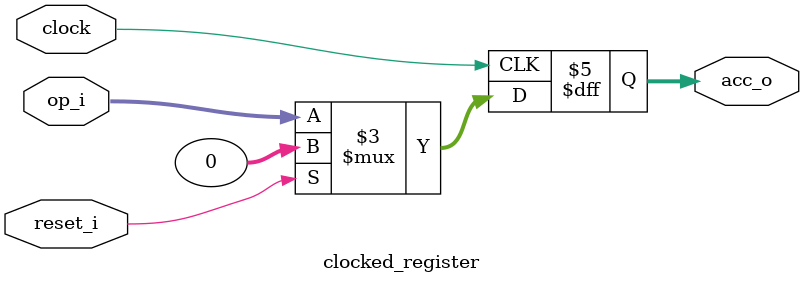
<source format=sv>

module clocked_register #(
  parameter int unsigned DataWidth = 32
)(
  input  logic                        clock,
  input  logic                        reset_i,
  input  logic signed [DataWidth-1:0] op_i,
  output logic signed [DataWidth-1:0] acc_o
);
  always_ff @(posedge clock) begin
    if (reset_i)
      acc_o <= '0;
    else
      acc_o <= $signed(op_i);
  end
endmodule

</source>
